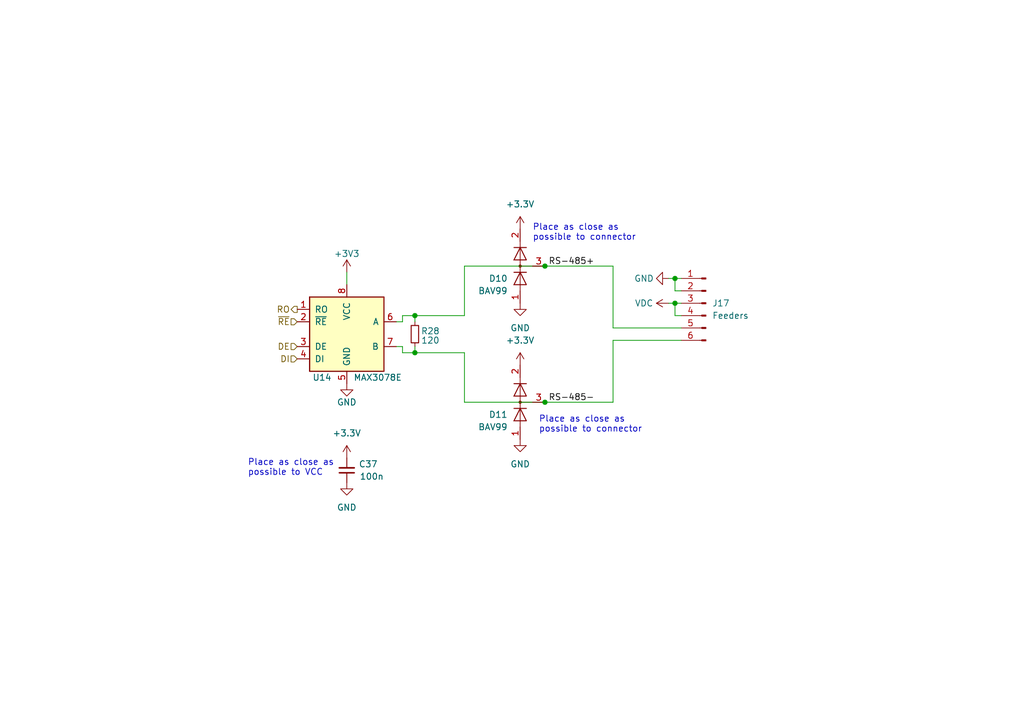
<source format=kicad_sch>
(kicad_sch (version 20230121) (generator eeschema)
  (paper "A5")
  (title_block (title "LumenPnP Motherboard") (date "2023-07-30") (rev "005") (company "Opulo") (comment 1 "Feeder interface"))
  (lib_symbols
    (symbol "+3.3V_1" (power) (pin_names (offset 0))
      (property "Value" "+3.3V_1" (at 0 3.556 0))
      (symbol "+3.3V_1_0_1"
        (polyline (pts (xy -0.762 1.27) (xy 0 2.54)))
        (polyline (pts (xy 0 0) (xy 0 2.54)))
        (polyline (pts (xy 0 2.54) (xy 0.762 1.27)))
      )
      (symbol "+3.3V_1_1_1"
        (pin power_in line (at 0 0 90) (length 0) hide (name "+3.3V") (number "1"))
      )
    )
    (symbol "+3.3V_2" (power) (pin_names (offset 0))
      (property "Value" "+3.3V_2" (at 0 3.556 0))
      (symbol "+3.3V_2_0_1"
        (polyline (pts (xy -0.762 1.27) (xy 0 2.54)))
        (polyline (pts (xy 0 0) (xy 0 2.54)))
        (polyline (pts (xy 0 2.54) (xy 0.762 1.27)))
      )
      (symbol "+3.3V_2_1_1"
        (pin power_in line (at 0 0 90) (length 0) hide (name "+3.3V") (number "1"))
      )
    )
    (symbol "Connector:Conn_01x06_Male" (pin_names (offset 1.016) hide)
      (property "Reference" "J" (at 0 7.62 0))
      (property "Value" "Conn_01x06_Male" (at 0 -10.16 0))
      (symbol "Conn_01x06_Male_1_1"
        (polyline (pts (xy 1.27 -7.62) (xy 0.8636 -7.62)) (stroke (width 0.1524)))
        (polyline (pts (xy 1.27 -5.08) (xy 0.8636 -5.08)) (stroke (width 0.1524)))
        (polyline (pts (xy 1.27 -2.54) (xy 0.8636 -2.54)) (stroke (width 0.1524)))
        (polyline (pts (xy 1.27 0) (xy 0.8636 0)) (stroke (width 0.1524)))
        (polyline (pts (xy 1.27 2.54) (xy 0.8636 2.54)) (stroke (width 0.1524)))
        (polyline (pts (xy 1.27 5.08) (xy 0.8636 5.08)) (stroke (width 0.1524)))
        (rectangle (start 0.8636 -7.493) (end 0 -7.747) (stroke (width 0.1524)) (fill (type outline)))
        (rectangle (start 0.8636 -4.953) (end 0 -5.207) (stroke (width 0.1524)) (fill (type outline)))
        (rectangle (start 0.8636 -2.413) (end 0 -2.667) (stroke (width 0.1524)) (fill (type outline)))
        (rectangle (start 0.8636 0.127) (end 0 -0.127) (stroke (width 0.1524)) (fill (type outline)))
        (rectangle (start 0.8636 2.667) (end 0 2.413) (stroke (width 0.1524)) (fill (type outline)))
        (rectangle (start 0.8636 5.207) (end 0 4.953) (stroke (width 0.1524)) (fill (type outline)))
        (pin passive line (at 5.08 5.08 180) (length 3.81) (name "Pin_1") (number "1"))
        (pin passive line (at 5.08 2.54 180) (length 3.81) (name "Pin_2") (number "2"))
        (pin passive line (at 5.08 0 180) (length 3.81) (name "Pin_3") (number "3"))
        (pin passive line (at 5.08 -2.54 180) (length 3.81) (name "Pin_4") (number "4"))
        (pin passive line (at 5.08 -5.08 180) (length 3.81) (name "Pin_5") (number "5"))
        (pin passive line (at 5.08 -7.62 180) (length 3.81) (name "Pin_6") (number "6"))
      )
    )
    (symbol "Device:C_Small" (pin_numbers hide) (pin_names (offset 0.254) hide)
      (property "Reference" "C" (at 0.254 1.778 0))
      (property "Value" "C_Small" (at 0.254 -2.032 0))
      (symbol "C_Small_0_1"
        (polyline (pts (xy -1.524 -0.508) (xy 1.524 -0.508)) (stroke (width 0.3302)))
        (polyline (pts (xy -1.524 0.508) (xy 1.524 0.508)) (stroke (width 0.3048)))
      )
      (symbol "C_Small_1_1"
        (pin passive line (at 0 2.54 270) (length 2.032) (name "~") (number "1"))
        (pin passive line (at 0 -2.54 90) (length 2.032) (name "~") (number "2"))
      )
    )
    (symbol "Device:R_Small" (pin_numbers hide) (pin_names (offset 0.254) hide)
      (property "Reference" "R" (at 0.762 0.508 0))
      (property "Value" "R_Small" (at 0.762 -1.016 0))
      (symbol "R_Small_0_1"
        (rectangle (start -0.762 1.778) (end 0.762 -1.778) (stroke (width 0.2032)))
      )
      (symbol "R_Small_1_1"
        (pin passive line (at 0 2.54 270) (length 0.762) (name "~") (number "1"))
        (pin passive line (at 0 -2.54 90) (length 0.762) (name "~") (number "2"))
      )
    )
    (symbol "Diode:BAV99" (pin_names hide)
      (property "Reference" "D" (at 0 5.08 0))
      (property "Value" "BAV99" (at 0 2.54 0))
      (symbol "BAV99_0_1"
        (polyline (pts (xy -5.08 0) (xy 5.08 0)))
      )
      (symbol "BAV99_1_1"
        (polyline (pts (xy 0 0) (xy 0 -2.54)))
        (polyline (pts (xy -1.27 -1.27) (xy -1.27 1.27) (xy -1.27 1.27)) (stroke (width 0.2032)))
        (polyline (pts (xy 3.81 1.27) (xy 3.81 -1.27) (xy 3.81 -1.27)) (stroke (width 0.2032)))
        (polyline (pts (xy -3.81 1.27) (xy -1.27 0) (xy -3.81 -1.27) (xy -3.81 1.27) (xy -3.81 1.27) (xy -3.81 1.27)) (stroke (width 0.2032)))
        (polyline (pts (xy 1.27 1.27) (xy 3.81 0) (xy 1.27 -1.27) (xy 1.27 1.27) (xy 1.27 1.27) (xy 1.27 1.27)) (stroke (width 0.2032)))
        (circle (center 0 0) (radius 0.254) (fill (type outline)))
        (pin passive line (at -7.62 0 0) (length 2.54) (name "K") (number "1"))
        (pin passive line (at 7.62 0 180) (length 2.54) (name "A") (number "2"))
        (pin passive line (at 0 -5.08 90) (length 2.54) (name "K") (number "3"))
      )
    )
    (symbol "GND_1" (power) (pin_names (offset 0))
      (property "Value" "GND_1" (at 0 -3.81 0))
      (symbol "GND_1_0_1"
        (polyline (pts (xy 0 0) (xy 0 -1.27) (xy 1.27 -1.27) (xy 0 -2.54) (xy -1.27 -1.27) (xy 0 -1.27)))
      )
      (symbol "GND_1_1_1"
        (pin power_in line (at 0 0 270) (length 0) hide (name "GND") (number "1"))
      )
    )
    (symbol "GND_2" (power) (pin_names (offset 0))
      (property "Value" "GND_2" (at 0 -3.81 0))
      (symbol "GND_2_0_1"
        (polyline (pts (xy 0 0) (xy 0 -1.27) (xy 1.27 -1.27) (xy 0 -2.54) (xy -1.27 -1.27) (xy 0 -1.27)))
      )
      (symbol "GND_2_1_1"
        (pin power_in line (at 0 0 270) (length 0) hide (name "GND") (number "1"))
      )
    )
    (symbol "Interface_UART:MAX3078E" (pin_names (offset 1.016))
      (property "Reference" "U" (at -7.62 8.89 0))
      (property "Value" "MAX3078E" (at 2.54 8.89 0))
      (symbol "MAX3078E_0_1"
        (rectangle (start -7.62 7.62) (end 7.62 -7.62) (stroke (width 0.254)) (fill (type background)))
      )
      (symbol "MAX3078E_1_1"
        (pin output line (at -10.16 5.08 0) (length 2.54) (name "RO") (number "1"))
        (pin input line (at -10.16 2.54 0) (length 2.54) (name "~{RE}") (number "2"))
        (pin input line (at -10.16 -2.54 0) (length 2.54) (name "DE") (number "3"))
        (pin input line (at -10.16 -5.08 0) (length 2.54) (name "DI") (number "4"))
        (pin power_in line (at 0 -10.16 90) (length 2.54) (name "GND") (number "5"))
        (pin bidirectional line (at 10.16 2.54 180) (length 2.54) (name "A") (number "6"))
        (pin bidirectional line (at 10.16 -2.54 180) (length 2.54) (name "B") (number "7"))
        (pin power_in line (at 0 10.16 270) (length 2.54) (name "VCC") (number "8"))
      )
    )
    (symbol "power:+3.3V" (power) (pin_names (offset 0))
      (property "Value" "+3.3V" (at 0 3.556 0))
      (symbol "+3.3V_0_1"
        (polyline (pts (xy -0.762 1.27) (xy 0 2.54)))
        (polyline (pts (xy 0 0) (xy 0 2.54)))
        (polyline (pts (xy 0 2.54) (xy 0.762 1.27)))
      )
      (symbol "+3.3V_1_1"
        (pin power_in line (at 0 0 90) (length 0) hide (name "+3V3") (number "1"))
      )
    )
    (symbol "power:GND" (power) (pin_names (offset 0))
      (property "Value" "GND" (at 0 -3.81 0))
      (symbol "GND_0_1"
        (polyline (pts (xy 0 0) (xy 0 -1.27) (xy 1.27 -1.27) (xy 0 -2.54) (xy -1.27 -1.27) (xy 0 -1.27)))
      )
      (symbol "GND_1_1"
        (pin power_in line (at 0 0 270) (length 0) hide (name "GND") (number "1"))
      )
    )
    (symbol "power:VDC" (power) (pin_names (offset 0))
      (property "Value" "VDC" (at 0 6.35 0))
      (symbol "VDC_0_1"
        (polyline (pts (xy -0.762 1.27) (xy 0 2.54)))
        (polyline (pts (xy 0 0) (xy 0 2.54)))
        (polyline (pts (xy 0 2.54) (xy 0.762 1.27)))
      )
      (symbol "VDC_1_1"
        (pin power_in line (at 0 0 90) (length 0) hide (name "VDC") (number "1"))
      )
    )
  )
  (junction (at 138.43 62.23))
  (junction (at 85.09 72.39))
  (junction (at 85.09 64.77))
  (junction (at 111.76 82.55))
  (junction (at 111.76 54.61))
  (junction (at 138.43 57.15))
  (wire (pts (xy 137.16 57.15) (xy 138.43 57.15)))
  (wire (pts (xy 82.55 64.77) (xy 85.09 64.77)))
  (wire (pts (xy 111.76 54.61) (xy 125.73 54.61)))
  (wire (pts (xy 125.73 54.61) (xy 125.73 67.31)))
  (wire (pts (xy 125.73 82.55) (xy 125.73 69.85)))
  (wire (pts (xy 95.25 54.61) (xy 95.25 64.77)))
  (wire (pts (xy 138.43 62.23) (xy 139.7 62.23)))
  (wire (pts (xy 82.55 66.04) (xy 82.55 64.77)))
  (wire (pts (xy 125.73 67.31) (xy 139.7 67.31)))
  (wire (pts (xy 82.55 72.39) (xy 85.09 72.39)))
  (wire (pts (xy 95.25 54.61) (xy 111.76 54.61)))
  (wire (pts (xy 139.7 64.77) (xy 138.43 64.77)))
  (wire (pts (xy 95.25 72.39) (xy 95.25 82.55)))
  (wire (pts (xy 85.09 71.12) (xy 85.09 72.39)))
  (wire (pts (xy 138.43 57.15) (xy 139.7 57.15)))
  (wire (pts (xy 125.73 69.85) (xy 139.7 69.85)))
  (wire (pts (xy 85.09 72.39) (xy 95.25 72.39)))
  (wire (pts (xy 138.43 59.69) (xy 138.43 57.15)))
  (wire (pts (xy 139.7 59.69) (xy 138.43 59.69)))
  (wire (pts (xy 81.28 71.12) (xy 82.55 71.12)))
  (wire (pts (xy 111.76 82.55) (xy 125.73 82.55)))
  (wire (pts (xy 85.09 64.77) (xy 95.25 64.77)))
  (wire (pts (xy 138.43 62.23) (xy 138.43 64.77)))
  (wire (pts (xy 137.16 62.23) (xy 138.43 62.23)))
  (wire (pts (xy 95.25 82.55) (xy 111.76 82.55)))
  (wire (pts (xy 81.28 66.04) (xy 82.55 66.04)))
  (wire (pts (xy 82.55 71.12) (xy 82.55 72.39)))
  (wire (pts (xy 85.09 64.77) (xy 85.09 66.04)))
  (wire (pts (xy 71.12 55.88) (xy 71.12 58.42)))
  (text "Place as close as\npossible to connector" (at 109.22 49.53 0) (effects (font (size 1.27 1.27)) (justify left bottom)))
  (text "Place as close as\npossible to VCC" (at 50.8 97.79 0) (effects (font (size 1.27 1.27)) (justify left bottom)))
  (text "Place as close as\npossible to connector" (at 110.49 88.9 0) (effects (font (size 1.27 1.27)) (justify left bottom)))
  (label "RS-485-" (at 121.92 82.55 180))
  (label "RS-485+" (at 121.92 54.61 180))
  (hierarchical_label "~{RE}" (shape input) (at 60.96 66.04 180))
  (hierarchical_label "RO" (shape output) (at 60.96 63.5 180))
  (hierarchical_label "DE" (shape input) (at 60.96 71.12 180))
  (hierarchical_label "DI" (shape input) (at 60.96 73.66 180))
  (symbol (lib_name "+3.3V_1") (lib_id "power:+3.3V") (at 71.12 93.98 0) (unit 1)
    (property "Reference" "#PWR0166" (effects hide))
    (property "Value" "+3.3V" (at 71.12 88.9 0))
  )
  (symbol (lib_id "power:VDC") (at 137.16 62.23 90) (unit 1)
    (property "Reference" "#PWR0174" (effects hide))
    (property "Value" "VDC" (at 132.08 62.23 90))
  )
  (symbol (lib_id "power:GND") (at 137.16 57.15 270) (unit 1)
    (property "Reference" "#PWR0175" (effects hide))
    (property "Value" "GND" (at 132.08 57.15 90))
  )
  (symbol (lib_name "GND_2") (lib_id "power:GND") (at 106.68 90.17 0) (unit 1)
    (property "Reference" "#PWR078" (effects hide))
    (property "Value" "GND" (at 106.68 95.25 0))
  )
  (symbol (lib_id "Diode:BAV99") (at 106.68 54.61 90) (unit 1)
    (property "Reference" "D10" (at 104.14 57.15 90) (effects (justify left)))
    (property "Value" "BAV99" (at 104.14 59.69 90) (effects (justify left)))
    (property "Footprint" "Package_TO_SOT_SMD:SOT-23" (effects hide))
    (property "Datasheet" "https://assets.nexperia.com/documents/data-sheet/BAV99_SER.pdf" (effects hide))
    (property "JLCPCB" "C2500" (effects hide))
    (property "LCSC" "C916421" (effects hide))
  )
  (symbol (lib_name "+3.3V_2") (lib_id "power:+3.3V") (at 106.68 74.93 0) (unit 1)
    (property "Reference" "#PWR089" (effects hide))
    (property "Value" "+3.3V" (at 106.68 69.85 0))
  )
  (symbol (lib_name "GND_2") (lib_id "power:GND") (at 106.68 62.23 0) (unit 1)
    (property "Reference" "#PWR091" (effects hide))
    (property "Value" "GND" (at 106.68 67.31 0))
  )
  (symbol (lib_id "Connector:Conn_01x06_Male") (at 144.78 62.23 0) (mirror y) (unit 1)
    (property "Reference" "J17" (at 146.05 62.23 0) (effects (justify right)))
    (property "Value" "Feeders" (at 146.05 64.77 0) (effects (justify right)))
    (property "Footprint" "Connector_IDC:IDC-Header_2x03_P2.54mm_Vertical" (effects hide))
    (property "LCSC" "C492441" (effects hide))
    (property "JLCPCB" "C492441" (effects hide))
  )
  (symbol (lib_name "+3.3V_2") (lib_id "power:+3.3V") (at 106.68 46.99 0) (unit 1)
    (property "Reference" "#PWR090" (effects hide))
    (property "Value" "+3.3V" (at 106.68 41.91 0))
  )
  (symbol (lib_id "Device:R_Small") (at 85.09 68.58 0) (unit 1)
    (property "Reference" "R28" (at 88.265 67.945 0))
    (property "Value" "120" (at 88.265 69.85 0))
    (property "Footprint" "Resistor_SMD:R_0805_2012Metric" (effects hide))
    (property "Datasheet" "https://www.vishay.com/docs/20035/dcrcwe3.pdf" (effects hide))
    (property "Digikey" "541-120CCT-ND" (effects hide))
    (property "JLCPCB" "C17437" (effects hide))
    (property "LCSC" "C17437" (effects hide))
    (property "Mouser" "71-CRCW0805120RFKEA" (effects hide))
  )
  (symbol (lib_id "Device:C_Small") (at 71.12 96.52 180) (unit 1)
    (property "Reference" "C37" (at 77.47 95.25 0) (effects (justify left)))
    (property "Value" "100n" (at 78.74 97.79 0) (effects (justify left)))
    (property "Footprint" "Capacitor_SMD:C_0805_2012Metric" (effects hide))
    (property "JLCPCB" "C49678" (effects hide))
    (property "LCSC" "C476766" (effects hide))
    (property "Notes" "6.3V" (effects hide))
  )
  (symbol (lib_id "Interface_UART:MAX3078E") (at 71.12 68.58 0) (unit 1)
    (property "Reference" "U14" (at 66.04 77.47 0))
    (property "Value" "MAX3078E" (at 77.47 77.47 0))
    (property "Footprint" "Package_SO:SOIC-8_3.9x4.9mm_P1.27mm" (effects hide))
    (property "Datasheet" "https://datasheets.maximintegrated.com/en/ds/MAX3070E-MAX3079E.pdf" (effects hide))
    (property "LCSC" "C40031" (effects hide))
    (property "Mouser" "700-MAX3078EESA " (effects hide))
    (property "JLCPCB" "C40031" (effects hide))
    (property "Digikey" "MAX3078EASA+-ND" (effects hide))
  )
  (symbol (lib_name "GND_1") (lib_id "power:GND") (at 71.12 99.06 0) (unit 1)
    (property "Reference" "#PWR0167" (effects hide))
    (property "Value" "GND" (at 71.12 104.14 0))
  )
  (symbol (lib_id "power:+3.3V") (at 71.12 55.88 0) (unit 1)
    (property "Reference" "#PWR0168" (effects hide))
    (property "Value" "+3.3V" (at 71.12 52.07 0))
  )
  (symbol (lib_id "power:GND") (at 71.12 78.74 0) (unit 1)
    (property "Reference" "#PWR0169" (effects hide))
    (property "Value" "GND" (at 71.12 82.55 0))
  )
  (symbol (lib_id "Diode:BAV99") (at 106.68 82.55 90) (unit 1)
    (property "Reference" "D11" (at 104.14 85.09 90) (effects (justify left)))
    (property "Value" "BAV99" (at 104.14 87.63 90) (effects (justify left)))
    (property "Footprint" "Package_TO_SOT_SMD:SOT-23" (effects hide))
    (property "Datasheet" "https://assets.nexperia.com/documents/data-sheet/BAV99_SER.pdf" (effects hide))
    (property "JLCPCB" "C2500" (effects hide))
    (property "LCSC" "C916421" (effects hide))
  )
)
</source>
